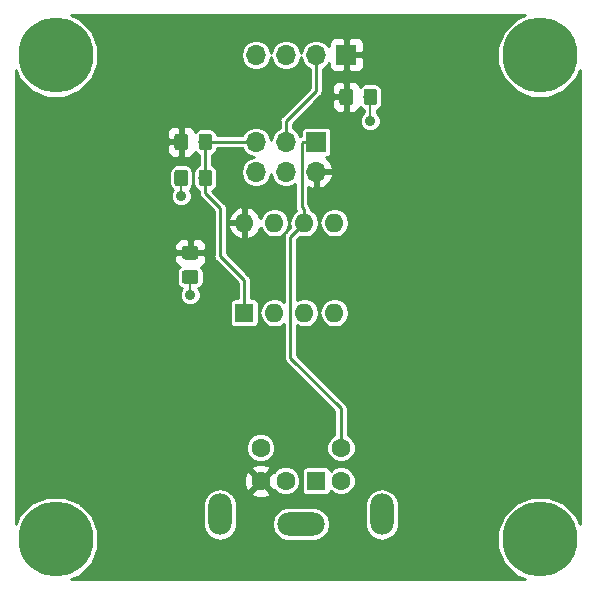
<source format=gbr>
G04 #@! TF.GenerationSoftware,KiCad,Pcbnew,(5.0.2)-1*
G04 #@! TF.CreationDate,2019-11-21T16:03:45-05:00*
G04 #@! TF.ProjectId,TinyPS2,54696e79-5053-4322-9e6b-696361645f70,X1*
G04 #@! TF.SameCoordinates,Original*
G04 #@! TF.FileFunction,Copper,L1,Top*
G04 #@! TF.FilePolarity,Positive*
%FSLAX46Y46*%
G04 Gerber Fmt 4.6, Leading zero omitted, Abs format (unit mm)*
G04 Created by KiCad (PCBNEW (5.0.2)-1) date 11/21/2019 4:03:45 PM*
%MOMM*%
%LPD*%
G01*
G04 APERTURE LIST*
G04 #@! TA.AperFunction,Conductor*
%ADD10C,0.150000*%
G04 #@! TD*
G04 #@! TA.AperFunction,SMDPad,CuDef*
%ADD11C,1.150000*%
G04 #@! TD*
G04 #@! TA.AperFunction,ComponentPad*
%ADD12C,6.350000*%
G04 #@! TD*
G04 #@! TA.AperFunction,ComponentPad*
%ADD13R,1.700000X1.700000*%
G04 #@! TD*
G04 #@! TA.AperFunction,ComponentPad*
%ADD14O,1.700000X1.700000*%
G04 #@! TD*
G04 #@! TA.AperFunction,ComponentPad*
%ADD15O,2.000000X3.500000*%
G04 #@! TD*
G04 #@! TA.AperFunction,ComponentPad*
%ADD16R,1.600000X1.600000*%
G04 #@! TD*
G04 #@! TA.AperFunction,ComponentPad*
%ADD17C,1.600000*%
G04 #@! TD*
G04 #@! TA.AperFunction,ComponentPad*
%ADD18O,4.000000X2.000000*%
G04 #@! TD*
G04 #@! TA.AperFunction,ComponentPad*
%ADD19O,1.600000X1.600000*%
G04 #@! TD*
G04 #@! TA.AperFunction,ViaPad*
%ADD20C,0.889000*%
G04 #@! TD*
G04 #@! TA.AperFunction,Conductor*
%ADD21C,0.254000*%
G04 #@! TD*
G04 #@! TA.AperFunction,Conductor*
%ADD22C,0.203200*%
G04 #@! TD*
G04 APERTURE END LIST*
D10*
G04 #@! TO.N,VCC*
G04 #@! TO.C,C4*
G36*
X25874505Y-30151204D02*
X25898773Y-30154804D01*
X25922572Y-30160765D01*
X25945671Y-30169030D01*
X25967850Y-30179520D01*
X25988893Y-30192132D01*
X26008599Y-30206747D01*
X26026777Y-30223223D01*
X26043253Y-30241401D01*
X26057868Y-30261107D01*
X26070480Y-30282150D01*
X26080970Y-30304329D01*
X26089235Y-30327428D01*
X26095196Y-30351227D01*
X26098796Y-30375495D01*
X26100000Y-30399999D01*
X26100000Y-31050001D01*
X26098796Y-31074505D01*
X26095196Y-31098773D01*
X26089235Y-31122572D01*
X26080970Y-31145671D01*
X26070480Y-31167850D01*
X26057868Y-31188893D01*
X26043253Y-31208599D01*
X26026777Y-31226777D01*
X26008599Y-31243253D01*
X25988893Y-31257868D01*
X25967850Y-31270480D01*
X25945671Y-31280970D01*
X25922572Y-31289235D01*
X25898773Y-31295196D01*
X25874505Y-31298796D01*
X25850001Y-31300000D01*
X24949999Y-31300000D01*
X24925495Y-31298796D01*
X24901227Y-31295196D01*
X24877428Y-31289235D01*
X24854329Y-31280970D01*
X24832150Y-31270480D01*
X24811107Y-31257868D01*
X24791401Y-31243253D01*
X24773223Y-31226777D01*
X24756747Y-31208599D01*
X24742132Y-31188893D01*
X24729520Y-31167850D01*
X24719030Y-31145671D01*
X24710765Y-31122572D01*
X24704804Y-31098773D01*
X24701204Y-31074505D01*
X24700000Y-31050001D01*
X24700000Y-30399999D01*
X24701204Y-30375495D01*
X24704804Y-30351227D01*
X24710765Y-30327428D01*
X24719030Y-30304329D01*
X24729520Y-30282150D01*
X24742132Y-30261107D01*
X24756747Y-30241401D01*
X24773223Y-30223223D01*
X24791401Y-30206747D01*
X24811107Y-30192132D01*
X24832150Y-30179520D01*
X24854329Y-30169030D01*
X24877428Y-30160765D01*
X24901227Y-30154804D01*
X24925495Y-30151204D01*
X24949999Y-30150000D01*
X25850001Y-30150000D01*
X25874505Y-30151204D01*
X25874505Y-30151204D01*
G37*
D11*
G04 #@! TD*
G04 #@! TO.P,C4,1*
G04 #@! TO.N,VCC*
X25400000Y-30725000D03*
D10*
G04 #@! TO.N,GND*
G04 #@! TO.C,C4*
G36*
X25874505Y-32201204D02*
X25898773Y-32204804D01*
X25922572Y-32210765D01*
X25945671Y-32219030D01*
X25967850Y-32229520D01*
X25988893Y-32242132D01*
X26008599Y-32256747D01*
X26026777Y-32273223D01*
X26043253Y-32291401D01*
X26057868Y-32311107D01*
X26070480Y-32332150D01*
X26080970Y-32354329D01*
X26089235Y-32377428D01*
X26095196Y-32401227D01*
X26098796Y-32425495D01*
X26100000Y-32449999D01*
X26100000Y-33100001D01*
X26098796Y-33124505D01*
X26095196Y-33148773D01*
X26089235Y-33172572D01*
X26080970Y-33195671D01*
X26070480Y-33217850D01*
X26057868Y-33238893D01*
X26043253Y-33258599D01*
X26026777Y-33276777D01*
X26008599Y-33293253D01*
X25988893Y-33307868D01*
X25967850Y-33320480D01*
X25945671Y-33330970D01*
X25922572Y-33339235D01*
X25898773Y-33345196D01*
X25874505Y-33348796D01*
X25850001Y-33350000D01*
X24949999Y-33350000D01*
X24925495Y-33348796D01*
X24901227Y-33345196D01*
X24877428Y-33339235D01*
X24854329Y-33330970D01*
X24832150Y-33320480D01*
X24811107Y-33307868D01*
X24791401Y-33293253D01*
X24773223Y-33276777D01*
X24756747Y-33258599D01*
X24742132Y-33238893D01*
X24729520Y-33217850D01*
X24719030Y-33195671D01*
X24710765Y-33172572D01*
X24704804Y-33148773D01*
X24701204Y-33124505D01*
X24700000Y-33100001D01*
X24700000Y-32449999D01*
X24701204Y-32425495D01*
X24704804Y-32401227D01*
X24710765Y-32377428D01*
X24719030Y-32354329D01*
X24729520Y-32332150D01*
X24742132Y-32311107D01*
X24756747Y-32291401D01*
X24773223Y-32273223D01*
X24791401Y-32256747D01*
X24811107Y-32242132D01*
X24832150Y-32229520D01*
X24854329Y-32219030D01*
X24877428Y-32210765D01*
X24901227Y-32204804D01*
X24925495Y-32201204D01*
X24949999Y-32200000D01*
X25850001Y-32200000D01*
X25874505Y-32201204D01*
X25874505Y-32201204D01*
G37*
D11*
G04 #@! TD*
G04 #@! TO.P,C4,2*
G04 #@! TO.N,GND*
X25400000Y-32775000D03*
D12*
G04 #@! TO.P,MTG3,1*
G04 #@! TO.N,N/C*
X14000000Y-55000000D03*
G04 #@! TD*
G04 #@! TO.P,MTG4,1*
G04 #@! TO.N,N/C*
X55000000Y-55000000D03*
G04 #@! TD*
G04 #@! TO.P,MTG2,1*
G04 #@! TO.N,N/C*
X55000000Y-14000000D03*
G04 #@! TD*
G04 #@! TO.P,MTG1,1*
G04 #@! TO.N,N/C*
X14000000Y-14000000D03*
G04 #@! TD*
D10*
G04 #@! TO.N,/RST\002A*
G04 #@! TO.C,C1*
G36*
X27028505Y-23685204D02*
X27052773Y-23688804D01*
X27076572Y-23694765D01*
X27099671Y-23703030D01*
X27121850Y-23713520D01*
X27142893Y-23726132D01*
X27162599Y-23740747D01*
X27180777Y-23757223D01*
X27197253Y-23775401D01*
X27211868Y-23795107D01*
X27224480Y-23816150D01*
X27234970Y-23838329D01*
X27243235Y-23861428D01*
X27249196Y-23885227D01*
X27252796Y-23909495D01*
X27254000Y-23933999D01*
X27254000Y-24834001D01*
X27252796Y-24858505D01*
X27249196Y-24882773D01*
X27243235Y-24906572D01*
X27234970Y-24929671D01*
X27224480Y-24951850D01*
X27211868Y-24972893D01*
X27197253Y-24992599D01*
X27180777Y-25010777D01*
X27162599Y-25027253D01*
X27142893Y-25041868D01*
X27121850Y-25054480D01*
X27099671Y-25064970D01*
X27076572Y-25073235D01*
X27052773Y-25079196D01*
X27028505Y-25082796D01*
X27004001Y-25084000D01*
X26353999Y-25084000D01*
X26329495Y-25082796D01*
X26305227Y-25079196D01*
X26281428Y-25073235D01*
X26258329Y-25064970D01*
X26236150Y-25054480D01*
X26215107Y-25041868D01*
X26195401Y-25027253D01*
X26177223Y-25010777D01*
X26160747Y-24992599D01*
X26146132Y-24972893D01*
X26133520Y-24951850D01*
X26123030Y-24929671D01*
X26114765Y-24906572D01*
X26108804Y-24882773D01*
X26105204Y-24858505D01*
X26104000Y-24834001D01*
X26104000Y-23933999D01*
X26105204Y-23909495D01*
X26108804Y-23885227D01*
X26114765Y-23861428D01*
X26123030Y-23838329D01*
X26133520Y-23816150D01*
X26146132Y-23795107D01*
X26160747Y-23775401D01*
X26177223Y-23757223D01*
X26195401Y-23740747D01*
X26215107Y-23726132D01*
X26236150Y-23713520D01*
X26258329Y-23703030D01*
X26281428Y-23694765D01*
X26305227Y-23688804D01*
X26329495Y-23685204D01*
X26353999Y-23684000D01*
X27004001Y-23684000D01*
X27028505Y-23685204D01*
X27028505Y-23685204D01*
G37*
D11*
G04 #@! TD*
G04 #@! TO.P,C1,1*
G04 #@! TO.N,/RST\002A*
X26679000Y-24384000D03*
D10*
G04 #@! TO.N,GND*
G04 #@! TO.C,C1*
G36*
X24978505Y-23685204D02*
X25002773Y-23688804D01*
X25026572Y-23694765D01*
X25049671Y-23703030D01*
X25071850Y-23713520D01*
X25092893Y-23726132D01*
X25112599Y-23740747D01*
X25130777Y-23757223D01*
X25147253Y-23775401D01*
X25161868Y-23795107D01*
X25174480Y-23816150D01*
X25184970Y-23838329D01*
X25193235Y-23861428D01*
X25199196Y-23885227D01*
X25202796Y-23909495D01*
X25204000Y-23933999D01*
X25204000Y-24834001D01*
X25202796Y-24858505D01*
X25199196Y-24882773D01*
X25193235Y-24906572D01*
X25184970Y-24929671D01*
X25174480Y-24951850D01*
X25161868Y-24972893D01*
X25147253Y-24992599D01*
X25130777Y-25010777D01*
X25112599Y-25027253D01*
X25092893Y-25041868D01*
X25071850Y-25054480D01*
X25049671Y-25064970D01*
X25026572Y-25073235D01*
X25002773Y-25079196D01*
X24978505Y-25082796D01*
X24954001Y-25084000D01*
X24303999Y-25084000D01*
X24279495Y-25082796D01*
X24255227Y-25079196D01*
X24231428Y-25073235D01*
X24208329Y-25064970D01*
X24186150Y-25054480D01*
X24165107Y-25041868D01*
X24145401Y-25027253D01*
X24127223Y-25010777D01*
X24110747Y-24992599D01*
X24096132Y-24972893D01*
X24083520Y-24951850D01*
X24073030Y-24929671D01*
X24064765Y-24906572D01*
X24058804Y-24882773D01*
X24055204Y-24858505D01*
X24054000Y-24834001D01*
X24054000Y-23933999D01*
X24055204Y-23909495D01*
X24058804Y-23885227D01*
X24064765Y-23861428D01*
X24073030Y-23838329D01*
X24083520Y-23816150D01*
X24096132Y-23795107D01*
X24110747Y-23775401D01*
X24127223Y-23757223D01*
X24145401Y-23740747D01*
X24165107Y-23726132D01*
X24186150Y-23713520D01*
X24208329Y-23703030D01*
X24231428Y-23694765D01*
X24255227Y-23688804D01*
X24279495Y-23685204D01*
X24303999Y-23684000D01*
X24954001Y-23684000D01*
X24978505Y-23685204D01*
X24978505Y-23685204D01*
G37*
D11*
G04 #@! TD*
G04 #@! TO.P,C1,2*
G04 #@! TO.N,GND*
X24629000Y-24384000D03*
D10*
G04 #@! TO.N,GND*
G04 #@! TO.C,C2*
G36*
X40998505Y-16827204D02*
X41022773Y-16830804D01*
X41046572Y-16836765D01*
X41069671Y-16845030D01*
X41091850Y-16855520D01*
X41112893Y-16868132D01*
X41132599Y-16882747D01*
X41150777Y-16899223D01*
X41167253Y-16917401D01*
X41181868Y-16937107D01*
X41194480Y-16958150D01*
X41204970Y-16980329D01*
X41213235Y-17003428D01*
X41219196Y-17027227D01*
X41222796Y-17051495D01*
X41224000Y-17075999D01*
X41224000Y-17976001D01*
X41222796Y-18000505D01*
X41219196Y-18024773D01*
X41213235Y-18048572D01*
X41204970Y-18071671D01*
X41194480Y-18093850D01*
X41181868Y-18114893D01*
X41167253Y-18134599D01*
X41150777Y-18152777D01*
X41132599Y-18169253D01*
X41112893Y-18183868D01*
X41091850Y-18196480D01*
X41069671Y-18206970D01*
X41046572Y-18215235D01*
X41022773Y-18221196D01*
X40998505Y-18224796D01*
X40974001Y-18226000D01*
X40323999Y-18226000D01*
X40299495Y-18224796D01*
X40275227Y-18221196D01*
X40251428Y-18215235D01*
X40228329Y-18206970D01*
X40206150Y-18196480D01*
X40185107Y-18183868D01*
X40165401Y-18169253D01*
X40147223Y-18152777D01*
X40130747Y-18134599D01*
X40116132Y-18114893D01*
X40103520Y-18093850D01*
X40093030Y-18071671D01*
X40084765Y-18048572D01*
X40078804Y-18024773D01*
X40075204Y-18000505D01*
X40074000Y-17976001D01*
X40074000Y-17075999D01*
X40075204Y-17051495D01*
X40078804Y-17027227D01*
X40084765Y-17003428D01*
X40093030Y-16980329D01*
X40103520Y-16958150D01*
X40116132Y-16937107D01*
X40130747Y-16917401D01*
X40147223Y-16899223D01*
X40165401Y-16882747D01*
X40185107Y-16868132D01*
X40206150Y-16855520D01*
X40228329Y-16845030D01*
X40251428Y-16836765D01*
X40275227Y-16830804D01*
X40299495Y-16827204D01*
X40323999Y-16826000D01*
X40974001Y-16826000D01*
X40998505Y-16827204D01*
X40998505Y-16827204D01*
G37*
D11*
G04 #@! TD*
G04 #@! TO.P,C2,2*
G04 #@! TO.N,GND*
X40649000Y-17526000D03*
D10*
G04 #@! TO.N,VCC*
G04 #@! TO.C,C2*
G36*
X38948505Y-16827204D02*
X38972773Y-16830804D01*
X38996572Y-16836765D01*
X39019671Y-16845030D01*
X39041850Y-16855520D01*
X39062893Y-16868132D01*
X39082599Y-16882747D01*
X39100777Y-16899223D01*
X39117253Y-16917401D01*
X39131868Y-16937107D01*
X39144480Y-16958150D01*
X39154970Y-16980329D01*
X39163235Y-17003428D01*
X39169196Y-17027227D01*
X39172796Y-17051495D01*
X39174000Y-17075999D01*
X39174000Y-17976001D01*
X39172796Y-18000505D01*
X39169196Y-18024773D01*
X39163235Y-18048572D01*
X39154970Y-18071671D01*
X39144480Y-18093850D01*
X39131868Y-18114893D01*
X39117253Y-18134599D01*
X39100777Y-18152777D01*
X39082599Y-18169253D01*
X39062893Y-18183868D01*
X39041850Y-18196480D01*
X39019671Y-18206970D01*
X38996572Y-18215235D01*
X38972773Y-18221196D01*
X38948505Y-18224796D01*
X38924001Y-18226000D01*
X38273999Y-18226000D01*
X38249495Y-18224796D01*
X38225227Y-18221196D01*
X38201428Y-18215235D01*
X38178329Y-18206970D01*
X38156150Y-18196480D01*
X38135107Y-18183868D01*
X38115401Y-18169253D01*
X38097223Y-18152777D01*
X38080747Y-18134599D01*
X38066132Y-18114893D01*
X38053520Y-18093850D01*
X38043030Y-18071671D01*
X38034765Y-18048572D01*
X38028804Y-18024773D01*
X38025204Y-18000505D01*
X38024000Y-17976001D01*
X38024000Y-17075999D01*
X38025204Y-17051495D01*
X38028804Y-17027227D01*
X38034765Y-17003428D01*
X38043030Y-16980329D01*
X38053520Y-16958150D01*
X38066132Y-16937107D01*
X38080747Y-16917401D01*
X38097223Y-16899223D01*
X38115401Y-16882747D01*
X38135107Y-16868132D01*
X38156150Y-16855520D01*
X38178329Y-16845030D01*
X38201428Y-16836765D01*
X38225227Y-16830804D01*
X38249495Y-16827204D01*
X38273999Y-16826000D01*
X38924001Y-16826000D01*
X38948505Y-16827204D01*
X38948505Y-16827204D01*
G37*
D11*
G04 #@! TD*
G04 #@! TO.P,C2,1*
G04 #@! TO.N,VCC*
X38599000Y-17526000D03*
D13*
G04 #@! TO.P,H2,1*
G04 #@! TO.N,/KBCLK*
X36068000Y-21336000D03*
D14*
G04 #@! TO.P,H2,2*
G04 #@! TO.N,VCC*
X36068000Y-23876000D03*
G04 #@! TO.P,H2,3*
G04 #@! TO.N,/SERTX*
X33528000Y-21336000D03*
G04 #@! TO.P,H2,4*
G04 #@! TO.N,/KBDAT*
X33528000Y-23876000D03*
G04 #@! TO.P,H2,5*
G04 #@! TO.N,/RST\002A*
X30988000Y-21336000D03*
G04 #@! TO.P,H2,6*
G04 #@! TO.N,GND*
X30988000Y-23876000D03*
G04 #@! TD*
D13*
G04 #@! TO.P,J1,1*
G04 #@! TO.N,VCC*
X38608000Y-13970000D03*
D14*
G04 #@! TO.P,J1,2*
G04 #@! TO.N,/SERTX*
X36068000Y-13970000D03*
G04 #@! TO.P,J1,3*
G04 #@! TO.N,N/C*
X33528000Y-13970000D03*
G04 #@! TO.P,J1,4*
G04 #@! TO.N,GND*
X30988000Y-13970000D03*
G04 #@! TD*
D15*
G04 #@! TO.P,J2,7*
G04 #@! TO.N,N/C*
X27918000Y-52888000D03*
X41618000Y-52888000D03*
D16*
G04 #@! TO.P,J2,1*
G04 #@! TO.N,/KBDAT*
X36068000Y-50038000D03*
D17*
G04 #@! TO.P,J2,2*
G04 #@! TO.N,N/C*
X33468000Y-50038000D03*
G04 #@! TO.P,J2,3*
G04 #@! TO.N,GND*
X38168000Y-50038000D03*
G04 #@! TO.P,J2,4*
G04 #@! TO.N,VCC*
X31368000Y-50038000D03*
G04 #@! TO.P,J2,5*
G04 #@! TO.N,/KBCLK*
X38168000Y-47238000D03*
G04 #@! TO.P,J2,6*
G04 #@! TO.N,N/C*
X31368000Y-47238000D03*
D18*
G04 #@! TO.P,J2,7*
X34768000Y-53688000D03*
G04 #@! TD*
D10*
G04 #@! TO.N,VCC*
G04 #@! TO.C,R1*
G36*
X24978505Y-20637204D02*
X25002773Y-20640804D01*
X25026572Y-20646765D01*
X25049671Y-20655030D01*
X25071850Y-20665520D01*
X25092893Y-20678132D01*
X25112599Y-20692747D01*
X25130777Y-20709223D01*
X25147253Y-20727401D01*
X25161868Y-20747107D01*
X25174480Y-20768150D01*
X25184970Y-20790329D01*
X25193235Y-20813428D01*
X25199196Y-20837227D01*
X25202796Y-20861495D01*
X25204000Y-20885999D01*
X25204000Y-21786001D01*
X25202796Y-21810505D01*
X25199196Y-21834773D01*
X25193235Y-21858572D01*
X25184970Y-21881671D01*
X25174480Y-21903850D01*
X25161868Y-21924893D01*
X25147253Y-21944599D01*
X25130777Y-21962777D01*
X25112599Y-21979253D01*
X25092893Y-21993868D01*
X25071850Y-22006480D01*
X25049671Y-22016970D01*
X25026572Y-22025235D01*
X25002773Y-22031196D01*
X24978505Y-22034796D01*
X24954001Y-22036000D01*
X24303999Y-22036000D01*
X24279495Y-22034796D01*
X24255227Y-22031196D01*
X24231428Y-22025235D01*
X24208329Y-22016970D01*
X24186150Y-22006480D01*
X24165107Y-21993868D01*
X24145401Y-21979253D01*
X24127223Y-21962777D01*
X24110747Y-21944599D01*
X24096132Y-21924893D01*
X24083520Y-21903850D01*
X24073030Y-21881671D01*
X24064765Y-21858572D01*
X24058804Y-21834773D01*
X24055204Y-21810505D01*
X24054000Y-21786001D01*
X24054000Y-20885999D01*
X24055204Y-20861495D01*
X24058804Y-20837227D01*
X24064765Y-20813428D01*
X24073030Y-20790329D01*
X24083520Y-20768150D01*
X24096132Y-20747107D01*
X24110747Y-20727401D01*
X24127223Y-20709223D01*
X24145401Y-20692747D01*
X24165107Y-20678132D01*
X24186150Y-20665520D01*
X24208329Y-20655030D01*
X24231428Y-20646765D01*
X24255227Y-20640804D01*
X24279495Y-20637204D01*
X24303999Y-20636000D01*
X24954001Y-20636000D01*
X24978505Y-20637204D01*
X24978505Y-20637204D01*
G37*
D11*
G04 #@! TD*
G04 #@! TO.P,R1,1*
G04 #@! TO.N,VCC*
X24629000Y-21336000D03*
D10*
G04 #@! TO.N,/RST\002A*
G04 #@! TO.C,R1*
G36*
X27028505Y-20637204D02*
X27052773Y-20640804D01*
X27076572Y-20646765D01*
X27099671Y-20655030D01*
X27121850Y-20665520D01*
X27142893Y-20678132D01*
X27162599Y-20692747D01*
X27180777Y-20709223D01*
X27197253Y-20727401D01*
X27211868Y-20747107D01*
X27224480Y-20768150D01*
X27234970Y-20790329D01*
X27243235Y-20813428D01*
X27249196Y-20837227D01*
X27252796Y-20861495D01*
X27254000Y-20885999D01*
X27254000Y-21786001D01*
X27252796Y-21810505D01*
X27249196Y-21834773D01*
X27243235Y-21858572D01*
X27234970Y-21881671D01*
X27224480Y-21903850D01*
X27211868Y-21924893D01*
X27197253Y-21944599D01*
X27180777Y-21962777D01*
X27162599Y-21979253D01*
X27142893Y-21993868D01*
X27121850Y-22006480D01*
X27099671Y-22016970D01*
X27076572Y-22025235D01*
X27052773Y-22031196D01*
X27028505Y-22034796D01*
X27004001Y-22036000D01*
X26353999Y-22036000D01*
X26329495Y-22034796D01*
X26305227Y-22031196D01*
X26281428Y-22025235D01*
X26258329Y-22016970D01*
X26236150Y-22006480D01*
X26215107Y-21993868D01*
X26195401Y-21979253D01*
X26177223Y-21962777D01*
X26160747Y-21944599D01*
X26146132Y-21924893D01*
X26133520Y-21903850D01*
X26123030Y-21881671D01*
X26114765Y-21858572D01*
X26108804Y-21834773D01*
X26105204Y-21810505D01*
X26104000Y-21786001D01*
X26104000Y-20885999D01*
X26105204Y-20861495D01*
X26108804Y-20837227D01*
X26114765Y-20813428D01*
X26123030Y-20790329D01*
X26133520Y-20768150D01*
X26146132Y-20747107D01*
X26160747Y-20727401D01*
X26177223Y-20709223D01*
X26195401Y-20692747D01*
X26215107Y-20678132D01*
X26236150Y-20665520D01*
X26258329Y-20655030D01*
X26281428Y-20646765D01*
X26305227Y-20640804D01*
X26329495Y-20637204D01*
X26353999Y-20636000D01*
X27004001Y-20636000D01*
X27028505Y-20637204D01*
X27028505Y-20637204D01*
G37*
D11*
G04 #@! TD*
G04 #@! TO.P,R1,2*
G04 #@! TO.N,/RST\002A*
X26679000Y-21336000D03*
D16*
G04 #@! TO.P,U1,1*
G04 #@! TO.N,/RST\002A*
X29972000Y-35814000D03*
D19*
G04 #@! TO.P,U1,5*
G04 #@! TO.N,/KBDAT*
X37592000Y-28194000D03*
G04 #@! TO.P,U1,2*
G04 #@! TO.N,N/C*
X32512000Y-35814000D03*
G04 #@! TO.P,U1,6*
G04 #@! TO.N,/KBCLK*
X35052000Y-28194000D03*
G04 #@! TO.P,U1,3*
G04 #@! TO.N,N/C*
X35052000Y-35814000D03*
G04 #@! TO.P,U1,7*
G04 #@! TO.N,/SERTX*
X32512000Y-28194000D03*
G04 #@! TO.P,U1,4*
G04 #@! TO.N,GND*
X37592000Y-35814000D03*
G04 #@! TO.P,U1,8*
G04 #@! TO.N,VCC*
X29972000Y-28194000D03*
G04 #@! TD*
D20*
G04 #@! TO.N,GND*
X40640000Y-19558000D03*
X24638000Y-25908000D03*
X25400000Y-34290000D03*
G04 #@! TD*
D21*
G04 #@! TO.N,/RST\002A*
X29785919Y-21336000D02*
X26679000Y-21336000D01*
X30988000Y-21336000D02*
X29785919Y-21336000D01*
X26679000Y-21336000D02*
X26679000Y-24384000D01*
X29972000Y-33020000D02*
X27940000Y-30988000D01*
X29972000Y-35814000D02*
X29972000Y-33020000D01*
X26679000Y-25663000D02*
X27940000Y-26924000D01*
X26679000Y-24384000D02*
X26679000Y-25663000D01*
X27940000Y-26924000D02*
X27940000Y-30988000D01*
D22*
G04 #@! TO.N,GND*
X40649000Y-17526000D02*
X40649000Y-19549000D01*
X40649000Y-19549000D02*
X40640000Y-19558000D01*
X24629000Y-24384000D02*
X24629000Y-25899000D01*
X24629000Y-25899000D02*
X24638000Y-25908000D01*
X25400000Y-32775000D02*
X25400000Y-34290000D01*
D21*
G04 #@! TO.N,/KBCLK*
X34252001Y-28993999D02*
X35052000Y-28194000D01*
X33870999Y-29375001D02*
X34252001Y-28993999D01*
X33870999Y-39598600D02*
X33870999Y-29375001D01*
X38168000Y-43895601D02*
X33870999Y-39598600D01*
X38168000Y-47238000D02*
X38168000Y-43895601D01*
X35052000Y-27062630D02*
X35052000Y-28194000D01*
X34836999Y-26847629D02*
X35052000Y-27062630D01*
X34836999Y-21463001D02*
X34836999Y-26847629D01*
X34964000Y-21336000D02*
X34836999Y-21463001D01*
X36068000Y-21336000D02*
X34964000Y-21336000D01*
G04 #@! TO.N,/SERTX*
X33528000Y-21336000D02*
X33528000Y-19558000D01*
X36068000Y-17018000D02*
X36068000Y-13970000D01*
X33528000Y-19558000D02*
X36068000Y-17018000D01*
G04 #@! TD*
G04 #@! TO.N,VCC*
G36*
X52956912Y-10942303D02*
X51942303Y-11956912D01*
X51393200Y-13282563D01*
X51393200Y-14717437D01*
X51942303Y-16043088D01*
X52956912Y-17057697D01*
X54282563Y-17606800D01*
X55717437Y-17606800D01*
X57043088Y-17057697D01*
X58057697Y-16043088D01*
X58377700Y-15270533D01*
X58377701Y-53729469D01*
X58057697Y-52956912D01*
X57043088Y-51942303D01*
X55717437Y-51393200D01*
X54282563Y-51393200D01*
X52956912Y-51942303D01*
X51942303Y-52956912D01*
X51393200Y-54282563D01*
X51393200Y-55717437D01*
X51942303Y-57043088D01*
X52956912Y-58057697D01*
X53729467Y-58377700D01*
X15270533Y-58377700D01*
X16043088Y-58057697D01*
X17057697Y-57043088D01*
X17606800Y-55717437D01*
X17606800Y-54282563D01*
X17057697Y-52956912D01*
X16097769Y-51996984D01*
X26486200Y-51996984D01*
X26486200Y-53779017D01*
X26569275Y-54196660D01*
X26885731Y-54670270D01*
X27359341Y-54986726D01*
X27918000Y-55097850D01*
X28476660Y-54986726D01*
X28950270Y-54670270D01*
X29266726Y-54196660D01*
X29349800Y-53779017D01*
X29349800Y-53688000D01*
X32308150Y-53688000D01*
X32419274Y-54246660D01*
X32735730Y-54720270D01*
X33209340Y-55036726D01*
X33626983Y-55119800D01*
X35909017Y-55119800D01*
X36326660Y-55036726D01*
X36800270Y-54720270D01*
X37116726Y-54246660D01*
X37227850Y-53688000D01*
X37116726Y-53129340D01*
X36800270Y-52655730D01*
X36326660Y-52339274D01*
X35909017Y-52256200D01*
X33626983Y-52256200D01*
X33209340Y-52339274D01*
X32735730Y-52655730D01*
X32419274Y-53129340D01*
X32308150Y-53688000D01*
X29349800Y-53688000D01*
X29349800Y-51996984D01*
X40186200Y-51996984D01*
X40186200Y-53779017D01*
X40269275Y-54196660D01*
X40585731Y-54670270D01*
X41059341Y-54986726D01*
X41618000Y-55097850D01*
X42176660Y-54986726D01*
X42650270Y-54670270D01*
X42966726Y-54196660D01*
X43049800Y-53779017D01*
X43049800Y-51996983D01*
X42966726Y-51579340D01*
X42650269Y-51105730D01*
X42176659Y-50789274D01*
X41618000Y-50678150D01*
X41059340Y-50789274D01*
X40585730Y-51105731D01*
X40269274Y-51579341D01*
X40186200Y-51996984D01*
X29349800Y-51996984D01*
X29349800Y-51996983D01*
X29266726Y-51579340D01*
X28950269Y-51105730D01*
X28860496Y-51045745D01*
X30539861Y-51045745D01*
X30613995Y-51291864D01*
X31151223Y-51484965D01*
X31721454Y-51457778D01*
X32122005Y-51291864D01*
X32196139Y-51045745D01*
X31368000Y-50217605D01*
X30539861Y-51045745D01*
X28860496Y-51045745D01*
X28476659Y-50789274D01*
X27918000Y-50678150D01*
X27359340Y-50789274D01*
X26885730Y-51105731D01*
X26569274Y-51579341D01*
X26486200Y-51996984D01*
X16097769Y-51996984D01*
X16043088Y-51942303D01*
X14717437Y-51393200D01*
X13282563Y-51393200D01*
X11956912Y-51942303D01*
X10942303Y-52956912D01*
X10622300Y-53729467D01*
X10622300Y-49821223D01*
X29921035Y-49821223D01*
X29948222Y-50391454D01*
X30114136Y-50792005D01*
X30360255Y-50866139D01*
X31188395Y-50038000D01*
X31547605Y-50038000D01*
X32375745Y-50866139D01*
X32512823Y-50824850D01*
X32770242Y-51082269D01*
X33222980Y-51269800D01*
X33713020Y-51269800D01*
X34165758Y-51082269D01*
X34512269Y-50735758D01*
X34699800Y-50283020D01*
X34699800Y-49792980D01*
X34512269Y-49340242D01*
X34410027Y-49238000D01*
X34827741Y-49238000D01*
X34827741Y-50838000D01*
X34861254Y-51006480D01*
X34956690Y-51149310D01*
X35099520Y-51244746D01*
X35268000Y-51278259D01*
X36868000Y-51278259D01*
X37036480Y-51244746D01*
X37179310Y-51149310D01*
X37274746Y-51006480D01*
X37294607Y-50906634D01*
X37470242Y-51082269D01*
X37922980Y-51269800D01*
X38413020Y-51269800D01*
X38865758Y-51082269D01*
X39212269Y-50735758D01*
X39399800Y-50283020D01*
X39399800Y-49792980D01*
X39212269Y-49340242D01*
X38865758Y-48993731D01*
X38413020Y-48806200D01*
X37922980Y-48806200D01*
X37470242Y-48993731D01*
X37294607Y-49169366D01*
X37274746Y-49069520D01*
X37179310Y-48926690D01*
X37036480Y-48831254D01*
X36868000Y-48797741D01*
X35268000Y-48797741D01*
X35099520Y-48831254D01*
X34956690Y-48926690D01*
X34861254Y-49069520D01*
X34827741Y-49238000D01*
X34410027Y-49238000D01*
X34165758Y-48993731D01*
X33713020Y-48806200D01*
X33222980Y-48806200D01*
X32770242Y-48993731D01*
X32512823Y-49251150D01*
X32375745Y-49209861D01*
X31547605Y-50038000D01*
X31188395Y-50038000D01*
X30360255Y-49209861D01*
X30114136Y-49283995D01*
X29921035Y-49821223D01*
X10622300Y-49821223D01*
X10622300Y-49030255D01*
X30539861Y-49030255D01*
X31368000Y-49858395D01*
X32196139Y-49030255D01*
X32122005Y-48784136D01*
X31584777Y-48591035D01*
X31014546Y-48618222D01*
X30613995Y-48784136D01*
X30539861Y-49030255D01*
X10622300Y-49030255D01*
X10622300Y-46992980D01*
X30136200Y-46992980D01*
X30136200Y-47483020D01*
X30323731Y-47935758D01*
X30670242Y-48282269D01*
X31122980Y-48469800D01*
X31613020Y-48469800D01*
X32065758Y-48282269D01*
X32412269Y-47935758D01*
X32599800Y-47483020D01*
X32599800Y-46992980D01*
X32412269Y-46540242D01*
X32065758Y-46193731D01*
X31613020Y-46006200D01*
X31122980Y-46006200D01*
X30670242Y-46193731D01*
X30323731Y-46540242D01*
X30136200Y-46992980D01*
X10622300Y-46992980D01*
X10622300Y-31010750D01*
X24065000Y-31010750D01*
X24065000Y-31426309D01*
X24161673Y-31659698D01*
X24340301Y-31838327D01*
X24529553Y-31916718D01*
X24461913Y-31961913D01*
X24312284Y-32185849D01*
X24259741Y-32449999D01*
X24259741Y-33100001D01*
X24312284Y-33364151D01*
X24461913Y-33588087D01*
X24685849Y-33737716D01*
X24708503Y-33742222D01*
X24657109Y-33793616D01*
X24523700Y-34115693D01*
X24523700Y-34464307D01*
X24657109Y-34786384D01*
X24903616Y-35032891D01*
X25225693Y-35166300D01*
X25574307Y-35166300D01*
X25896384Y-35032891D01*
X26142891Y-34786384D01*
X26276300Y-34464307D01*
X26276300Y-34115693D01*
X26142891Y-33793616D01*
X26091497Y-33742222D01*
X26114151Y-33737716D01*
X26338087Y-33588087D01*
X26487716Y-33364151D01*
X26540259Y-33100001D01*
X26540259Y-32449999D01*
X26487716Y-32185849D01*
X26338087Y-31961913D01*
X26270447Y-31916718D01*
X26459699Y-31838327D01*
X26638327Y-31659698D01*
X26735000Y-31426309D01*
X26735000Y-31010750D01*
X26576250Y-30852000D01*
X25527000Y-30852000D01*
X25527000Y-30872000D01*
X25273000Y-30872000D01*
X25273000Y-30852000D01*
X24223750Y-30852000D01*
X24065000Y-31010750D01*
X10622300Y-31010750D01*
X10622300Y-30023691D01*
X24065000Y-30023691D01*
X24065000Y-30439250D01*
X24223750Y-30598000D01*
X25273000Y-30598000D01*
X25273000Y-29673750D01*
X25527000Y-29673750D01*
X25527000Y-30598000D01*
X26576250Y-30598000D01*
X26735000Y-30439250D01*
X26735000Y-30023691D01*
X26638327Y-29790302D01*
X26459699Y-29611673D01*
X26226310Y-29515000D01*
X25685750Y-29515000D01*
X25527000Y-29673750D01*
X25273000Y-29673750D01*
X25114250Y-29515000D01*
X24573690Y-29515000D01*
X24340301Y-29611673D01*
X24161673Y-29790302D01*
X24065000Y-30023691D01*
X10622300Y-30023691D01*
X10622300Y-23933999D01*
X23613741Y-23933999D01*
X23613741Y-24834001D01*
X23666284Y-25098151D01*
X23815913Y-25322087D01*
X23917056Y-25389669D01*
X23895109Y-25411616D01*
X23761700Y-25733693D01*
X23761700Y-26082307D01*
X23895109Y-26404384D01*
X24141616Y-26650891D01*
X24463693Y-26784300D01*
X24812307Y-26784300D01*
X25134384Y-26650891D01*
X25380891Y-26404384D01*
X25514300Y-26082307D01*
X25514300Y-25733693D01*
X25380891Y-25411616D01*
X25351734Y-25382459D01*
X25442087Y-25322087D01*
X25591716Y-25098151D01*
X25644259Y-24834001D01*
X25644259Y-23933999D01*
X25591716Y-23669849D01*
X25442087Y-23445913D01*
X25218151Y-23296284D01*
X24954001Y-23243741D01*
X24303999Y-23243741D01*
X24039849Y-23296284D01*
X23815913Y-23445913D01*
X23666284Y-23669849D01*
X23613741Y-23933999D01*
X10622300Y-23933999D01*
X10622300Y-21621750D01*
X23419000Y-21621750D01*
X23419000Y-22162310D01*
X23515673Y-22395699D01*
X23694302Y-22574327D01*
X23927691Y-22671000D01*
X24343250Y-22671000D01*
X24502000Y-22512250D01*
X24502000Y-21463000D01*
X23577750Y-21463000D01*
X23419000Y-21621750D01*
X10622300Y-21621750D01*
X10622300Y-20509690D01*
X23419000Y-20509690D01*
X23419000Y-21050250D01*
X23577750Y-21209000D01*
X24502000Y-21209000D01*
X24502000Y-20159750D01*
X24756000Y-20159750D01*
X24756000Y-21209000D01*
X24776000Y-21209000D01*
X24776000Y-21463000D01*
X24756000Y-21463000D01*
X24756000Y-22512250D01*
X24914750Y-22671000D01*
X25330309Y-22671000D01*
X25563698Y-22574327D01*
X25742327Y-22395699D01*
X25820718Y-22206447D01*
X25865913Y-22274087D01*
X26089849Y-22423716D01*
X26120200Y-22429753D01*
X26120201Y-23290247D01*
X26089849Y-23296284D01*
X25865913Y-23445913D01*
X25716284Y-23669849D01*
X25663741Y-23933999D01*
X25663741Y-24834001D01*
X25716284Y-25098151D01*
X25865913Y-25322087D01*
X26089849Y-25471716D01*
X26120201Y-25477753D01*
X26120201Y-25607961D01*
X26109253Y-25663000D01*
X26152622Y-25881032D01*
X26152623Y-25881033D01*
X26276129Y-26065872D01*
X26322787Y-26097048D01*
X27381200Y-27155462D01*
X27381201Y-30932960D01*
X27370253Y-30988000D01*
X27413622Y-31206032D01*
X27413623Y-31206033D01*
X27537129Y-31390872D01*
X27583787Y-31422048D01*
X29413201Y-33251463D01*
X29413200Y-34573741D01*
X29172000Y-34573741D01*
X29003520Y-34607254D01*
X28860690Y-34702690D01*
X28765254Y-34845520D01*
X28731741Y-35014000D01*
X28731741Y-36614000D01*
X28765254Y-36782480D01*
X28860690Y-36925310D01*
X29003520Y-37020746D01*
X29172000Y-37054259D01*
X30772000Y-37054259D01*
X30940480Y-37020746D01*
X31083310Y-36925310D01*
X31178746Y-36782480D01*
X31212259Y-36614000D01*
X31212259Y-35014000D01*
X31178746Y-34845520D01*
X31083310Y-34702690D01*
X30940480Y-34607254D01*
X30772000Y-34573741D01*
X30530800Y-34573741D01*
X30530800Y-33075035D01*
X30541747Y-33020000D01*
X30498378Y-32801967D01*
X30374872Y-32617128D01*
X30328214Y-32585952D01*
X28498800Y-30756539D01*
X28498800Y-28543041D01*
X28580086Y-28543041D01*
X28819611Y-29049134D01*
X29234577Y-29425041D01*
X29622961Y-29585904D01*
X29845000Y-29463915D01*
X29845000Y-28321000D01*
X28701371Y-28321000D01*
X28580086Y-28543041D01*
X28498800Y-28543041D01*
X28498800Y-27844959D01*
X28580086Y-27844959D01*
X28701371Y-28067000D01*
X29845000Y-28067000D01*
X29845000Y-26924085D01*
X29622961Y-26802096D01*
X29234577Y-26962959D01*
X28819611Y-27338866D01*
X28580086Y-27844959D01*
X28498800Y-27844959D01*
X28498800Y-26979029D01*
X28509746Y-26923999D01*
X28498800Y-26868969D01*
X28498800Y-26868965D01*
X28466378Y-26705967D01*
X28342872Y-26521128D01*
X28296214Y-26489952D01*
X27274041Y-25467780D01*
X27492087Y-25322087D01*
X27641716Y-25098151D01*
X27694259Y-24834001D01*
X27694259Y-23933999D01*
X27641716Y-23669849D01*
X27492087Y-23445913D01*
X27268151Y-23296284D01*
X27237800Y-23290247D01*
X27237800Y-22429753D01*
X27268151Y-22423716D01*
X27492087Y-22274087D01*
X27641716Y-22050151D01*
X27672617Y-21894800D01*
X29819772Y-21894800D01*
X30063874Y-22260126D01*
X30487867Y-22543428D01*
X30802437Y-22606000D01*
X30487867Y-22668572D01*
X30063874Y-22951874D01*
X29780572Y-23375867D01*
X29681089Y-23876000D01*
X29780572Y-24376133D01*
X30063874Y-24800126D01*
X30487867Y-25083428D01*
X30861759Y-25157800D01*
X31114241Y-25157800D01*
X31488133Y-25083428D01*
X31912126Y-24800126D01*
X32195428Y-24376133D01*
X32258000Y-24061563D01*
X32320572Y-24376133D01*
X32603874Y-24800126D01*
X33027867Y-25083428D01*
X33401759Y-25157800D01*
X33654241Y-25157800D01*
X34028133Y-25083428D01*
X34278200Y-24916339D01*
X34278200Y-26792589D01*
X34267252Y-26847629D01*
X34310621Y-27065661D01*
X34310622Y-27065662D01*
X34376328Y-27163997D01*
X34163922Y-27305922D01*
X33891670Y-27713376D01*
X33796068Y-28194000D01*
X33873328Y-28582410D01*
X33514786Y-28940953D01*
X33477912Y-28965592D01*
X33672330Y-28674624D01*
X33767932Y-28194000D01*
X33672330Y-27713376D01*
X33400078Y-27305922D01*
X32992624Y-27033670D01*
X32633320Y-26962200D01*
X32390680Y-26962200D01*
X32031376Y-27033670D01*
X31623922Y-27305922D01*
X31351670Y-27713376D01*
X31336865Y-27787807D01*
X31124389Y-27338866D01*
X30709423Y-26962959D01*
X30321039Y-26802096D01*
X30099000Y-26924085D01*
X30099000Y-28067000D01*
X30119000Y-28067000D01*
X30119000Y-28321000D01*
X30099000Y-28321000D01*
X30099000Y-29463915D01*
X30321039Y-29585904D01*
X30709423Y-29425041D01*
X31124389Y-29049134D01*
X31336865Y-28600193D01*
X31351670Y-28674624D01*
X31623922Y-29082078D01*
X32031376Y-29354330D01*
X32390680Y-29425800D01*
X32633320Y-29425800D01*
X32992624Y-29354330D01*
X33390294Y-29088616D01*
X33344621Y-29156969D01*
X33301252Y-29375001D01*
X33312200Y-29430041D01*
X33312199Y-34867203D01*
X32992624Y-34653670D01*
X32633320Y-34582200D01*
X32390680Y-34582200D01*
X32031376Y-34653670D01*
X31623922Y-34925922D01*
X31351670Y-35333376D01*
X31256068Y-35814000D01*
X31351670Y-36294624D01*
X31623922Y-36702078D01*
X32031376Y-36974330D01*
X32390680Y-37045800D01*
X32633320Y-37045800D01*
X32992624Y-36974330D01*
X33312199Y-36760797D01*
X33312199Y-39543565D01*
X33301252Y-39598600D01*
X33312199Y-39653634D01*
X33344621Y-39816632D01*
X33468127Y-40001472D01*
X33514788Y-40032650D01*
X37609201Y-44127064D01*
X37609200Y-46136172D01*
X37470242Y-46193731D01*
X37123731Y-46540242D01*
X36936200Y-46992980D01*
X36936200Y-47483020D01*
X37123731Y-47935758D01*
X37470242Y-48282269D01*
X37922980Y-48469800D01*
X38413020Y-48469800D01*
X38865758Y-48282269D01*
X39212269Y-47935758D01*
X39399800Y-47483020D01*
X39399800Y-46992980D01*
X39212269Y-46540242D01*
X38865758Y-46193731D01*
X38726800Y-46136172D01*
X38726800Y-43950631D01*
X38737746Y-43895600D01*
X38726800Y-43840569D01*
X38726800Y-43840566D01*
X38694378Y-43677568D01*
X38570872Y-43492729D01*
X38524214Y-43461553D01*
X34429799Y-39367139D01*
X34429799Y-36879731D01*
X34571376Y-36974330D01*
X34930680Y-37045800D01*
X35173320Y-37045800D01*
X35532624Y-36974330D01*
X35940078Y-36702078D01*
X36212330Y-36294624D01*
X36307932Y-35814000D01*
X36336068Y-35814000D01*
X36431670Y-36294624D01*
X36703922Y-36702078D01*
X37111376Y-36974330D01*
X37470680Y-37045800D01*
X37713320Y-37045800D01*
X38072624Y-36974330D01*
X38480078Y-36702078D01*
X38752330Y-36294624D01*
X38847932Y-35814000D01*
X38752330Y-35333376D01*
X38480078Y-34925922D01*
X38072624Y-34653670D01*
X37713320Y-34582200D01*
X37470680Y-34582200D01*
X37111376Y-34653670D01*
X36703922Y-34925922D01*
X36431670Y-35333376D01*
X36336068Y-35814000D01*
X36307932Y-35814000D01*
X36212330Y-35333376D01*
X35940078Y-34925922D01*
X35532624Y-34653670D01*
X35173320Y-34582200D01*
X34930680Y-34582200D01*
X34571376Y-34653670D01*
X34429799Y-34748269D01*
X34429799Y-29606462D01*
X34663590Y-29372672D01*
X34930680Y-29425800D01*
X35173320Y-29425800D01*
X35532624Y-29354330D01*
X35940078Y-29082078D01*
X36212330Y-28674624D01*
X36307932Y-28194000D01*
X36336068Y-28194000D01*
X36431670Y-28674624D01*
X36703922Y-29082078D01*
X37111376Y-29354330D01*
X37470680Y-29425800D01*
X37713320Y-29425800D01*
X38072624Y-29354330D01*
X38480078Y-29082078D01*
X38752330Y-28674624D01*
X38847932Y-28194000D01*
X38752330Y-27713376D01*
X38480078Y-27305922D01*
X38072624Y-27033670D01*
X37713320Y-26962200D01*
X37470680Y-26962200D01*
X37111376Y-27033670D01*
X36703922Y-27305922D01*
X36431670Y-27713376D01*
X36336068Y-28194000D01*
X36307932Y-28194000D01*
X36212330Y-27713376D01*
X35940078Y-27305922D01*
X35616375Y-27089631D01*
X35621746Y-27062629D01*
X35610800Y-27007599D01*
X35610800Y-27007595D01*
X35578378Y-26844597D01*
X35454872Y-26659758D01*
X35408211Y-26628580D01*
X35395799Y-26616168D01*
X35395799Y-25186878D01*
X35711110Y-25317476D01*
X35941000Y-25196155D01*
X35941000Y-24003000D01*
X36195000Y-24003000D01*
X36195000Y-25196155D01*
X36424890Y-25317476D01*
X36834924Y-25147645D01*
X37263183Y-24757358D01*
X37509486Y-24232892D01*
X37388819Y-24003000D01*
X36195000Y-24003000D01*
X35941000Y-24003000D01*
X35921000Y-24003000D01*
X35921000Y-23749000D01*
X35941000Y-23749000D01*
X35941000Y-23729000D01*
X36195000Y-23729000D01*
X36195000Y-23749000D01*
X37388819Y-23749000D01*
X37509486Y-23519108D01*
X37263183Y-22994642D01*
X36858959Y-22626259D01*
X36918000Y-22626259D01*
X37086480Y-22592746D01*
X37229310Y-22497310D01*
X37324746Y-22354480D01*
X37358259Y-22186000D01*
X37358259Y-20486000D01*
X37324746Y-20317520D01*
X37229310Y-20174690D01*
X37086480Y-20079254D01*
X36918000Y-20045741D01*
X35218000Y-20045741D01*
X35049520Y-20079254D01*
X34906690Y-20174690D01*
X34811254Y-20317520D01*
X34777741Y-20486000D01*
X34777741Y-20803302D01*
X34745967Y-20809622D01*
X34726557Y-20822591D01*
X34452126Y-20411874D01*
X34086800Y-20167772D01*
X34086800Y-19789461D01*
X36064511Y-17811750D01*
X37389000Y-17811750D01*
X37389000Y-18352310D01*
X37485673Y-18585699D01*
X37664302Y-18764327D01*
X37897691Y-18861000D01*
X38313250Y-18861000D01*
X38472000Y-18702250D01*
X38472000Y-17653000D01*
X37547750Y-17653000D01*
X37389000Y-17811750D01*
X36064511Y-17811750D01*
X36424214Y-17452048D01*
X36470872Y-17420872D01*
X36594378Y-17236033D01*
X36626800Y-17073035D01*
X36626800Y-17073031D01*
X36637746Y-17018001D01*
X36626800Y-16962971D01*
X36626800Y-16699690D01*
X37389000Y-16699690D01*
X37389000Y-17240250D01*
X37547750Y-17399000D01*
X38472000Y-17399000D01*
X38472000Y-16349750D01*
X38726000Y-16349750D01*
X38726000Y-17399000D01*
X38746000Y-17399000D01*
X38746000Y-17653000D01*
X38726000Y-17653000D01*
X38726000Y-18702250D01*
X38884750Y-18861000D01*
X39300309Y-18861000D01*
X39533698Y-18764327D01*
X39712327Y-18585699D01*
X39790718Y-18396447D01*
X39835913Y-18464087D01*
X40059849Y-18613716D01*
X40115601Y-18624806D01*
X40115601Y-18843124D01*
X39897109Y-19061616D01*
X39763700Y-19383693D01*
X39763700Y-19732307D01*
X39897109Y-20054384D01*
X40143616Y-20300891D01*
X40465693Y-20434300D01*
X40814307Y-20434300D01*
X41136384Y-20300891D01*
X41382891Y-20054384D01*
X41516300Y-19732307D01*
X41516300Y-19383693D01*
X41382891Y-19061616D01*
X41182400Y-18861125D01*
X41182400Y-18624806D01*
X41238151Y-18613716D01*
X41462087Y-18464087D01*
X41611716Y-18240151D01*
X41664259Y-17976001D01*
X41664259Y-17075999D01*
X41611716Y-16811849D01*
X41462087Y-16587913D01*
X41238151Y-16438284D01*
X40974001Y-16385741D01*
X40323999Y-16385741D01*
X40059849Y-16438284D01*
X39835913Y-16587913D01*
X39790718Y-16655553D01*
X39712327Y-16466301D01*
X39533698Y-16287673D01*
X39300309Y-16191000D01*
X38884750Y-16191000D01*
X38726000Y-16349750D01*
X38472000Y-16349750D01*
X38313250Y-16191000D01*
X37897691Y-16191000D01*
X37664302Y-16287673D01*
X37485673Y-16466301D01*
X37389000Y-16699690D01*
X36626800Y-16699690D01*
X36626800Y-15138228D01*
X36992126Y-14894126D01*
X37123000Y-14698258D01*
X37123000Y-14946309D01*
X37219673Y-15179698D01*
X37398301Y-15358327D01*
X37631690Y-15455000D01*
X38322250Y-15455000D01*
X38481000Y-15296250D01*
X38481000Y-14097000D01*
X38735000Y-14097000D01*
X38735000Y-15296250D01*
X38893750Y-15455000D01*
X39584310Y-15455000D01*
X39817699Y-15358327D01*
X39996327Y-15179698D01*
X40093000Y-14946309D01*
X40093000Y-14255750D01*
X39934250Y-14097000D01*
X38735000Y-14097000D01*
X38481000Y-14097000D01*
X38461000Y-14097000D01*
X38461000Y-13843000D01*
X38481000Y-13843000D01*
X38481000Y-12643750D01*
X38735000Y-12643750D01*
X38735000Y-13843000D01*
X39934250Y-13843000D01*
X40093000Y-13684250D01*
X40093000Y-12993691D01*
X39996327Y-12760302D01*
X39817699Y-12581673D01*
X39584310Y-12485000D01*
X38893750Y-12485000D01*
X38735000Y-12643750D01*
X38481000Y-12643750D01*
X38322250Y-12485000D01*
X37631690Y-12485000D01*
X37398301Y-12581673D01*
X37219673Y-12760302D01*
X37123000Y-12993691D01*
X37123000Y-13241742D01*
X36992126Y-13045874D01*
X36568133Y-12762572D01*
X36194241Y-12688200D01*
X35941759Y-12688200D01*
X35567867Y-12762572D01*
X35143874Y-13045874D01*
X34860572Y-13469867D01*
X34798000Y-13784437D01*
X34735428Y-13469867D01*
X34452126Y-13045874D01*
X34028133Y-12762572D01*
X33654241Y-12688200D01*
X33401759Y-12688200D01*
X33027867Y-12762572D01*
X32603874Y-13045874D01*
X32320572Y-13469867D01*
X32258000Y-13784437D01*
X32195428Y-13469867D01*
X31912126Y-13045874D01*
X31488133Y-12762572D01*
X31114241Y-12688200D01*
X30861759Y-12688200D01*
X30487867Y-12762572D01*
X30063874Y-13045874D01*
X29780572Y-13469867D01*
X29681089Y-13970000D01*
X29780572Y-14470133D01*
X30063874Y-14894126D01*
X30487867Y-15177428D01*
X30861759Y-15251800D01*
X31114241Y-15251800D01*
X31488133Y-15177428D01*
X31912126Y-14894126D01*
X32195428Y-14470133D01*
X32258000Y-14155563D01*
X32320572Y-14470133D01*
X32603874Y-14894126D01*
X33027867Y-15177428D01*
X33401759Y-15251800D01*
X33654241Y-15251800D01*
X34028133Y-15177428D01*
X34452126Y-14894126D01*
X34735428Y-14470133D01*
X34798000Y-14155563D01*
X34860572Y-14470133D01*
X35143874Y-14894126D01*
X35509201Y-15138229D01*
X35509200Y-16786538D01*
X33171787Y-19123952D01*
X33125129Y-19155128D01*
X33093954Y-19201785D01*
X33001622Y-19339968D01*
X32958253Y-19558000D01*
X32969201Y-19613039D01*
X32969201Y-20167771D01*
X32603874Y-20411874D01*
X32320572Y-20835867D01*
X32258000Y-21150437D01*
X32195428Y-20835867D01*
X31912126Y-20411874D01*
X31488133Y-20128572D01*
X31114241Y-20054200D01*
X30861759Y-20054200D01*
X30487867Y-20128572D01*
X30063874Y-20411874D01*
X29819772Y-20777200D01*
X27672617Y-20777200D01*
X27641716Y-20621849D01*
X27492087Y-20397913D01*
X27268151Y-20248284D01*
X27004001Y-20195741D01*
X26353999Y-20195741D01*
X26089849Y-20248284D01*
X25865913Y-20397913D01*
X25820718Y-20465553D01*
X25742327Y-20276301D01*
X25563698Y-20097673D01*
X25330309Y-20001000D01*
X24914750Y-20001000D01*
X24756000Y-20159750D01*
X24502000Y-20159750D01*
X24343250Y-20001000D01*
X23927691Y-20001000D01*
X23694302Y-20097673D01*
X23515673Y-20276301D01*
X23419000Y-20509690D01*
X10622300Y-20509690D01*
X10622300Y-15270533D01*
X10942303Y-16043088D01*
X11956912Y-17057697D01*
X13282563Y-17606800D01*
X14717437Y-17606800D01*
X16043088Y-17057697D01*
X17057697Y-16043088D01*
X17606800Y-14717437D01*
X17606800Y-13282563D01*
X17057697Y-11956912D01*
X16043088Y-10942303D01*
X15270533Y-10622300D01*
X53729467Y-10622300D01*
X52956912Y-10942303D01*
X52956912Y-10942303D01*
G37*
X52956912Y-10942303D02*
X51942303Y-11956912D01*
X51393200Y-13282563D01*
X51393200Y-14717437D01*
X51942303Y-16043088D01*
X52956912Y-17057697D01*
X54282563Y-17606800D01*
X55717437Y-17606800D01*
X57043088Y-17057697D01*
X58057697Y-16043088D01*
X58377700Y-15270533D01*
X58377701Y-53729469D01*
X58057697Y-52956912D01*
X57043088Y-51942303D01*
X55717437Y-51393200D01*
X54282563Y-51393200D01*
X52956912Y-51942303D01*
X51942303Y-52956912D01*
X51393200Y-54282563D01*
X51393200Y-55717437D01*
X51942303Y-57043088D01*
X52956912Y-58057697D01*
X53729467Y-58377700D01*
X15270533Y-58377700D01*
X16043088Y-58057697D01*
X17057697Y-57043088D01*
X17606800Y-55717437D01*
X17606800Y-54282563D01*
X17057697Y-52956912D01*
X16097769Y-51996984D01*
X26486200Y-51996984D01*
X26486200Y-53779017D01*
X26569275Y-54196660D01*
X26885731Y-54670270D01*
X27359341Y-54986726D01*
X27918000Y-55097850D01*
X28476660Y-54986726D01*
X28950270Y-54670270D01*
X29266726Y-54196660D01*
X29349800Y-53779017D01*
X29349800Y-53688000D01*
X32308150Y-53688000D01*
X32419274Y-54246660D01*
X32735730Y-54720270D01*
X33209340Y-55036726D01*
X33626983Y-55119800D01*
X35909017Y-55119800D01*
X36326660Y-55036726D01*
X36800270Y-54720270D01*
X37116726Y-54246660D01*
X37227850Y-53688000D01*
X37116726Y-53129340D01*
X36800270Y-52655730D01*
X36326660Y-52339274D01*
X35909017Y-52256200D01*
X33626983Y-52256200D01*
X33209340Y-52339274D01*
X32735730Y-52655730D01*
X32419274Y-53129340D01*
X32308150Y-53688000D01*
X29349800Y-53688000D01*
X29349800Y-51996984D01*
X40186200Y-51996984D01*
X40186200Y-53779017D01*
X40269275Y-54196660D01*
X40585731Y-54670270D01*
X41059341Y-54986726D01*
X41618000Y-55097850D01*
X42176660Y-54986726D01*
X42650270Y-54670270D01*
X42966726Y-54196660D01*
X43049800Y-53779017D01*
X43049800Y-51996983D01*
X42966726Y-51579340D01*
X42650269Y-51105730D01*
X42176659Y-50789274D01*
X41618000Y-50678150D01*
X41059340Y-50789274D01*
X40585730Y-51105731D01*
X40269274Y-51579341D01*
X40186200Y-51996984D01*
X29349800Y-51996984D01*
X29349800Y-51996983D01*
X29266726Y-51579340D01*
X28950269Y-51105730D01*
X28860496Y-51045745D01*
X30539861Y-51045745D01*
X30613995Y-51291864D01*
X31151223Y-51484965D01*
X31721454Y-51457778D01*
X32122005Y-51291864D01*
X32196139Y-51045745D01*
X31368000Y-50217605D01*
X30539861Y-51045745D01*
X28860496Y-51045745D01*
X28476659Y-50789274D01*
X27918000Y-50678150D01*
X27359340Y-50789274D01*
X26885730Y-51105731D01*
X26569274Y-51579341D01*
X26486200Y-51996984D01*
X16097769Y-51996984D01*
X16043088Y-51942303D01*
X14717437Y-51393200D01*
X13282563Y-51393200D01*
X11956912Y-51942303D01*
X10942303Y-52956912D01*
X10622300Y-53729467D01*
X10622300Y-49821223D01*
X29921035Y-49821223D01*
X29948222Y-50391454D01*
X30114136Y-50792005D01*
X30360255Y-50866139D01*
X31188395Y-50038000D01*
X31547605Y-50038000D01*
X32375745Y-50866139D01*
X32512823Y-50824850D01*
X32770242Y-51082269D01*
X33222980Y-51269800D01*
X33713020Y-51269800D01*
X34165758Y-51082269D01*
X34512269Y-50735758D01*
X34699800Y-50283020D01*
X34699800Y-49792980D01*
X34512269Y-49340242D01*
X34410027Y-49238000D01*
X34827741Y-49238000D01*
X34827741Y-50838000D01*
X34861254Y-51006480D01*
X34956690Y-51149310D01*
X35099520Y-51244746D01*
X35268000Y-51278259D01*
X36868000Y-51278259D01*
X37036480Y-51244746D01*
X37179310Y-51149310D01*
X37274746Y-51006480D01*
X37294607Y-50906634D01*
X37470242Y-51082269D01*
X37922980Y-51269800D01*
X38413020Y-51269800D01*
X38865758Y-51082269D01*
X39212269Y-50735758D01*
X39399800Y-50283020D01*
X39399800Y-49792980D01*
X39212269Y-49340242D01*
X38865758Y-48993731D01*
X38413020Y-48806200D01*
X37922980Y-48806200D01*
X37470242Y-48993731D01*
X37294607Y-49169366D01*
X37274746Y-49069520D01*
X37179310Y-48926690D01*
X37036480Y-48831254D01*
X36868000Y-48797741D01*
X35268000Y-48797741D01*
X35099520Y-48831254D01*
X34956690Y-48926690D01*
X34861254Y-49069520D01*
X34827741Y-49238000D01*
X34410027Y-49238000D01*
X34165758Y-48993731D01*
X33713020Y-48806200D01*
X33222980Y-48806200D01*
X32770242Y-48993731D01*
X32512823Y-49251150D01*
X32375745Y-49209861D01*
X31547605Y-50038000D01*
X31188395Y-50038000D01*
X30360255Y-49209861D01*
X30114136Y-49283995D01*
X29921035Y-49821223D01*
X10622300Y-49821223D01*
X10622300Y-49030255D01*
X30539861Y-49030255D01*
X31368000Y-49858395D01*
X32196139Y-49030255D01*
X32122005Y-48784136D01*
X31584777Y-48591035D01*
X31014546Y-48618222D01*
X30613995Y-48784136D01*
X30539861Y-49030255D01*
X10622300Y-49030255D01*
X10622300Y-46992980D01*
X30136200Y-46992980D01*
X30136200Y-47483020D01*
X30323731Y-47935758D01*
X30670242Y-48282269D01*
X31122980Y-48469800D01*
X31613020Y-48469800D01*
X32065758Y-48282269D01*
X32412269Y-47935758D01*
X32599800Y-47483020D01*
X32599800Y-46992980D01*
X32412269Y-46540242D01*
X32065758Y-46193731D01*
X31613020Y-46006200D01*
X31122980Y-46006200D01*
X30670242Y-46193731D01*
X30323731Y-46540242D01*
X30136200Y-46992980D01*
X10622300Y-46992980D01*
X10622300Y-31010750D01*
X24065000Y-31010750D01*
X24065000Y-31426309D01*
X24161673Y-31659698D01*
X24340301Y-31838327D01*
X24529553Y-31916718D01*
X24461913Y-31961913D01*
X24312284Y-32185849D01*
X24259741Y-32449999D01*
X24259741Y-33100001D01*
X24312284Y-33364151D01*
X24461913Y-33588087D01*
X24685849Y-33737716D01*
X24708503Y-33742222D01*
X24657109Y-33793616D01*
X24523700Y-34115693D01*
X24523700Y-34464307D01*
X24657109Y-34786384D01*
X24903616Y-35032891D01*
X25225693Y-35166300D01*
X25574307Y-35166300D01*
X25896384Y-35032891D01*
X26142891Y-34786384D01*
X26276300Y-34464307D01*
X26276300Y-34115693D01*
X26142891Y-33793616D01*
X26091497Y-33742222D01*
X26114151Y-33737716D01*
X26338087Y-33588087D01*
X26487716Y-33364151D01*
X26540259Y-33100001D01*
X26540259Y-32449999D01*
X26487716Y-32185849D01*
X26338087Y-31961913D01*
X26270447Y-31916718D01*
X26459699Y-31838327D01*
X26638327Y-31659698D01*
X26735000Y-31426309D01*
X26735000Y-31010750D01*
X26576250Y-30852000D01*
X25527000Y-30852000D01*
X25527000Y-30872000D01*
X25273000Y-30872000D01*
X25273000Y-30852000D01*
X24223750Y-30852000D01*
X24065000Y-31010750D01*
X10622300Y-31010750D01*
X10622300Y-30023691D01*
X24065000Y-30023691D01*
X24065000Y-30439250D01*
X24223750Y-30598000D01*
X25273000Y-30598000D01*
X25273000Y-29673750D01*
X25527000Y-29673750D01*
X25527000Y-30598000D01*
X26576250Y-30598000D01*
X26735000Y-30439250D01*
X26735000Y-30023691D01*
X26638327Y-29790302D01*
X26459699Y-29611673D01*
X26226310Y-29515000D01*
X25685750Y-29515000D01*
X25527000Y-29673750D01*
X25273000Y-29673750D01*
X25114250Y-29515000D01*
X24573690Y-29515000D01*
X24340301Y-29611673D01*
X24161673Y-29790302D01*
X24065000Y-30023691D01*
X10622300Y-30023691D01*
X10622300Y-23933999D01*
X23613741Y-23933999D01*
X23613741Y-24834001D01*
X23666284Y-25098151D01*
X23815913Y-25322087D01*
X23917056Y-25389669D01*
X23895109Y-25411616D01*
X23761700Y-25733693D01*
X23761700Y-26082307D01*
X23895109Y-26404384D01*
X24141616Y-26650891D01*
X24463693Y-26784300D01*
X24812307Y-26784300D01*
X25134384Y-26650891D01*
X25380891Y-26404384D01*
X25514300Y-26082307D01*
X25514300Y-25733693D01*
X25380891Y-25411616D01*
X25351734Y-25382459D01*
X25442087Y-25322087D01*
X25591716Y-25098151D01*
X25644259Y-24834001D01*
X25644259Y-23933999D01*
X25591716Y-23669849D01*
X25442087Y-23445913D01*
X25218151Y-23296284D01*
X24954001Y-23243741D01*
X24303999Y-23243741D01*
X24039849Y-23296284D01*
X23815913Y-23445913D01*
X23666284Y-23669849D01*
X23613741Y-23933999D01*
X10622300Y-23933999D01*
X10622300Y-21621750D01*
X23419000Y-21621750D01*
X23419000Y-22162310D01*
X23515673Y-22395699D01*
X23694302Y-22574327D01*
X23927691Y-22671000D01*
X24343250Y-22671000D01*
X24502000Y-22512250D01*
X24502000Y-21463000D01*
X23577750Y-21463000D01*
X23419000Y-21621750D01*
X10622300Y-21621750D01*
X10622300Y-20509690D01*
X23419000Y-20509690D01*
X23419000Y-21050250D01*
X23577750Y-21209000D01*
X24502000Y-21209000D01*
X24502000Y-20159750D01*
X24756000Y-20159750D01*
X24756000Y-21209000D01*
X24776000Y-21209000D01*
X24776000Y-21463000D01*
X24756000Y-21463000D01*
X24756000Y-22512250D01*
X24914750Y-22671000D01*
X25330309Y-22671000D01*
X25563698Y-22574327D01*
X25742327Y-22395699D01*
X25820718Y-22206447D01*
X25865913Y-22274087D01*
X26089849Y-22423716D01*
X26120200Y-22429753D01*
X26120201Y-23290247D01*
X26089849Y-23296284D01*
X25865913Y-23445913D01*
X25716284Y-23669849D01*
X25663741Y-23933999D01*
X25663741Y-24834001D01*
X25716284Y-25098151D01*
X25865913Y-25322087D01*
X26089849Y-25471716D01*
X26120201Y-25477753D01*
X26120201Y-25607961D01*
X26109253Y-25663000D01*
X26152622Y-25881032D01*
X26152623Y-25881033D01*
X26276129Y-26065872D01*
X26322787Y-26097048D01*
X27381200Y-27155462D01*
X27381201Y-30932960D01*
X27370253Y-30988000D01*
X27413622Y-31206032D01*
X27413623Y-31206033D01*
X27537129Y-31390872D01*
X27583787Y-31422048D01*
X29413201Y-33251463D01*
X29413200Y-34573741D01*
X29172000Y-34573741D01*
X29003520Y-34607254D01*
X28860690Y-34702690D01*
X28765254Y-34845520D01*
X28731741Y-35014000D01*
X28731741Y-36614000D01*
X28765254Y-36782480D01*
X28860690Y-36925310D01*
X29003520Y-37020746D01*
X29172000Y-37054259D01*
X30772000Y-37054259D01*
X30940480Y-37020746D01*
X31083310Y-36925310D01*
X31178746Y-36782480D01*
X31212259Y-36614000D01*
X31212259Y-35014000D01*
X31178746Y-34845520D01*
X31083310Y-34702690D01*
X30940480Y-34607254D01*
X30772000Y-34573741D01*
X30530800Y-34573741D01*
X30530800Y-33075035D01*
X30541747Y-33020000D01*
X30498378Y-32801967D01*
X30374872Y-32617128D01*
X30328214Y-32585952D01*
X28498800Y-30756539D01*
X28498800Y-28543041D01*
X28580086Y-28543041D01*
X28819611Y-29049134D01*
X29234577Y-29425041D01*
X29622961Y-29585904D01*
X29845000Y-29463915D01*
X29845000Y-28321000D01*
X28701371Y-28321000D01*
X28580086Y-28543041D01*
X28498800Y-28543041D01*
X28498800Y-27844959D01*
X28580086Y-27844959D01*
X28701371Y-28067000D01*
X29845000Y-28067000D01*
X29845000Y-26924085D01*
X29622961Y-26802096D01*
X29234577Y-26962959D01*
X28819611Y-27338866D01*
X28580086Y-27844959D01*
X28498800Y-27844959D01*
X28498800Y-26979029D01*
X28509746Y-26923999D01*
X28498800Y-26868969D01*
X28498800Y-26868965D01*
X28466378Y-26705967D01*
X28342872Y-26521128D01*
X28296214Y-26489952D01*
X27274041Y-25467780D01*
X27492087Y-25322087D01*
X27641716Y-25098151D01*
X27694259Y-24834001D01*
X27694259Y-23933999D01*
X27641716Y-23669849D01*
X27492087Y-23445913D01*
X27268151Y-23296284D01*
X27237800Y-23290247D01*
X27237800Y-22429753D01*
X27268151Y-22423716D01*
X27492087Y-22274087D01*
X27641716Y-22050151D01*
X27672617Y-21894800D01*
X29819772Y-21894800D01*
X30063874Y-22260126D01*
X30487867Y-22543428D01*
X30802437Y-22606000D01*
X30487867Y-22668572D01*
X30063874Y-22951874D01*
X29780572Y-23375867D01*
X29681089Y-23876000D01*
X29780572Y-24376133D01*
X30063874Y-24800126D01*
X30487867Y-25083428D01*
X30861759Y-25157800D01*
X31114241Y-25157800D01*
X31488133Y-25083428D01*
X31912126Y-24800126D01*
X32195428Y-24376133D01*
X32258000Y-24061563D01*
X32320572Y-24376133D01*
X32603874Y-24800126D01*
X33027867Y-25083428D01*
X33401759Y-25157800D01*
X33654241Y-25157800D01*
X34028133Y-25083428D01*
X34278200Y-24916339D01*
X34278200Y-26792589D01*
X34267252Y-26847629D01*
X34310621Y-27065661D01*
X34310622Y-27065662D01*
X34376328Y-27163997D01*
X34163922Y-27305922D01*
X33891670Y-27713376D01*
X33796068Y-28194000D01*
X33873328Y-28582410D01*
X33514786Y-28940953D01*
X33477912Y-28965592D01*
X33672330Y-28674624D01*
X33767932Y-28194000D01*
X33672330Y-27713376D01*
X33400078Y-27305922D01*
X32992624Y-27033670D01*
X32633320Y-26962200D01*
X32390680Y-26962200D01*
X32031376Y-27033670D01*
X31623922Y-27305922D01*
X31351670Y-27713376D01*
X31336865Y-27787807D01*
X31124389Y-27338866D01*
X30709423Y-26962959D01*
X30321039Y-26802096D01*
X30099000Y-26924085D01*
X30099000Y-28067000D01*
X30119000Y-28067000D01*
X30119000Y-28321000D01*
X30099000Y-28321000D01*
X30099000Y-29463915D01*
X30321039Y-29585904D01*
X30709423Y-29425041D01*
X31124389Y-29049134D01*
X31336865Y-28600193D01*
X31351670Y-28674624D01*
X31623922Y-29082078D01*
X32031376Y-29354330D01*
X32390680Y-29425800D01*
X32633320Y-29425800D01*
X32992624Y-29354330D01*
X33390294Y-29088616D01*
X33344621Y-29156969D01*
X33301252Y-29375001D01*
X33312200Y-29430041D01*
X33312199Y-34867203D01*
X32992624Y-34653670D01*
X32633320Y-34582200D01*
X32390680Y-34582200D01*
X32031376Y-34653670D01*
X31623922Y-34925922D01*
X31351670Y-35333376D01*
X31256068Y-35814000D01*
X31351670Y-36294624D01*
X31623922Y-36702078D01*
X32031376Y-36974330D01*
X32390680Y-37045800D01*
X32633320Y-37045800D01*
X32992624Y-36974330D01*
X33312199Y-36760797D01*
X33312199Y-39543565D01*
X33301252Y-39598600D01*
X33312199Y-39653634D01*
X33344621Y-39816632D01*
X33468127Y-40001472D01*
X33514788Y-40032650D01*
X37609201Y-44127064D01*
X37609200Y-46136172D01*
X37470242Y-46193731D01*
X37123731Y-46540242D01*
X36936200Y-46992980D01*
X36936200Y-47483020D01*
X37123731Y-47935758D01*
X37470242Y-48282269D01*
X37922980Y-48469800D01*
X38413020Y-48469800D01*
X38865758Y-48282269D01*
X39212269Y-47935758D01*
X39399800Y-47483020D01*
X39399800Y-46992980D01*
X39212269Y-46540242D01*
X38865758Y-46193731D01*
X38726800Y-46136172D01*
X38726800Y-43950631D01*
X38737746Y-43895600D01*
X38726800Y-43840569D01*
X38726800Y-43840566D01*
X38694378Y-43677568D01*
X38570872Y-43492729D01*
X38524214Y-43461553D01*
X34429799Y-39367139D01*
X34429799Y-36879731D01*
X34571376Y-36974330D01*
X34930680Y-37045800D01*
X35173320Y-37045800D01*
X35532624Y-36974330D01*
X35940078Y-36702078D01*
X36212330Y-36294624D01*
X36307932Y-35814000D01*
X36336068Y-35814000D01*
X36431670Y-36294624D01*
X36703922Y-36702078D01*
X37111376Y-36974330D01*
X37470680Y-37045800D01*
X37713320Y-37045800D01*
X38072624Y-36974330D01*
X38480078Y-36702078D01*
X38752330Y-36294624D01*
X38847932Y-35814000D01*
X38752330Y-35333376D01*
X38480078Y-34925922D01*
X38072624Y-34653670D01*
X37713320Y-34582200D01*
X37470680Y-34582200D01*
X37111376Y-34653670D01*
X36703922Y-34925922D01*
X36431670Y-35333376D01*
X36336068Y-35814000D01*
X36307932Y-35814000D01*
X36212330Y-35333376D01*
X35940078Y-34925922D01*
X35532624Y-34653670D01*
X35173320Y-34582200D01*
X34930680Y-34582200D01*
X34571376Y-34653670D01*
X34429799Y-34748269D01*
X34429799Y-29606462D01*
X34663590Y-29372672D01*
X34930680Y-29425800D01*
X35173320Y-29425800D01*
X35532624Y-29354330D01*
X35940078Y-29082078D01*
X36212330Y-28674624D01*
X36307932Y-28194000D01*
X36336068Y-28194000D01*
X36431670Y-28674624D01*
X36703922Y-29082078D01*
X37111376Y-29354330D01*
X37470680Y-29425800D01*
X37713320Y-29425800D01*
X38072624Y-29354330D01*
X38480078Y-29082078D01*
X38752330Y-28674624D01*
X38847932Y-28194000D01*
X38752330Y-27713376D01*
X38480078Y-27305922D01*
X38072624Y-27033670D01*
X37713320Y-26962200D01*
X37470680Y-26962200D01*
X37111376Y-27033670D01*
X36703922Y-27305922D01*
X36431670Y-27713376D01*
X36336068Y-28194000D01*
X36307932Y-28194000D01*
X36212330Y-27713376D01*
X35940078Y-27305922D01*
X35616375Y-27089631D01*
X35621746Y-27062629D01*
X35610800Y-27007599D01*
X35610800Y-27007595D01*
X35578378Y-26844597D01*
X35454872Y-26659758D01*
X35408211Y-26628580D01*
X35395799Y-26616168D01*
X35395799Y-25186878D01*
X35711110Y-25317476D01*
X35941000Y-25196155D01*
X35941000Y-24003000D01*
X36195000Y-24003000D01*
X36195000Y-25196155D01*
X36424890Y-25317476D01*
X36834924Y-25147645D01*
X37263183Y-24757358D01*
X37509486Y-24232892D01*
X37388819Y-24003000D01*
X36195000Y-24003000D01*
X35941000Y-24003000D01*
X35921000Y-24003000D01*
X35921000Y-23749000D01*
X35941000Y-23749000D01*
X35941000Y-23729000D01*
X36195000Y-23729000D01*
X36195000Y-23749000D01*
X37388819Y-23749000D01*
X37509486Y-23519108D01*
X37263183Y-22994642D01*
X36858959Y-22626259D01*
X36918000Y-22626259D01*
X37086480Y-22592746D01*
X37229310Y-22497310D01*
X37324746Y-22354480D01*
X37358259Y-22186000D01*
X37358259Y-20486000D01*
X37324746Y-20317520D01*
X37229310Y-20174690D01*
X37086480Y-20079254D01*
X36918000Y-20045741D01*
X35218000Y-20045741D01*
X35049520Y-20079254D01*
X34906690Y-20174690D01*
X34811254Y-20317520D01*
X34777741Y-20486000D01*
X34777741Y-20803302D01*
X34745967Y-20809622D01*
X34726557Y-20822591D01*
X34452126Y-20411874D01*
X34086800Y-20167772D01*
X34086800Y-19789461D01*
X36064511Y-17811750D01*
X37389000Y-17811750D01*
X37389000Y-18352310D01*
X37485673Y-18585699D01*
X37664302Y-18764327D01*
X37897691Y-18861000D01*
X38313250Y-18861000D01*
X38472000Y-18702250D01*
X38472000Y-17653000D01*
X37547750Y-17653000D01*
X37389000Y-17811750D01*
X36064511Y-17811750D01*
X36424214Y-17452048D01*
X36470872Y-17420872D01*
X36594378Y-17236033D01*
X36626800Y-17073035D01*
X36626800Y-17073031D01*
X36637746Y-17018001D01*
X36626800Y-16962971D01*
X36626800Y-16699690D01*
X37389000Y-16699690D01*
X37389000Y-17240250D01*
X37547750Y-17399000D01*
X38472000Y-17399000D01*
X38472000Y-16349750D01*
X38726000Y-16349750D01*
X38726000Y-17399000D01*
X38746000Y-17399000D01*
X38746000Y-17653000D01*
X38726000Y-17653000D01*
X38726000Y-18702250D01*
X38884750Y-18861000D01*
X39300309Y-18861000D01*
X39533698Y-18764327D01*
X39712327Y-18585699D01*
X39790718Y-18396447D01*
X39835913Y-18464087D01*
X40059849Y-18613716D01*
X40115601Y-18624806D01*
X40115601Y-18843124D01*
X39897109Y-19061616D01*
X39763700Y-19383693D01*
X39763700Y-19732307D01*
X39897109Y-20054384D01*
X40143616Y-20300891D01*
X40465693Y-20434300D01*
X40814307Y-20434300D01*
X41136384Y-20300891D01*
X41382891Y-20054384D01*
X41516300Y-19732307D01*
X41516300Y-19383693D01*
X41382891Y-19061616D01*
X41182400Y-18861125D01*
X41182400Y-18624806D01*
X41238151Y-18613716D01*
X41462087Y-18464087D01*
X41611716Y-18240151D01*
X41664259Y-17976001D01*
X41664259Y-17075999D01*
X41611716Y-16811849D01*
X41462087Y-16587913D01*
X41238151Y-16438284D01*
X40974001Y-16385741D01*
X40323999Y-16385741D01*
X40059849Y-16438284D01*
X39835913Y-16587913D01*
X39790718Y-16655553D01*
X39712327Y-16466301D01*
X39533698Y-16287673D01*
X39300309Y-16191000D01*
X38884750Y-16191000D01*
X38726000Y-16349750D01*
X38472000Y-16349750D01*
X38313250Y-16191000D01*
X37897691Y-16191000D01*
X37664302Y-16287673D01*
X37485673Y-16466301D01*
X37389000Y-16699690D01*
X36626800Y-16699690D01*
X36626800Y-15138228D01*
X36992126Y-14894126D01*
X37123000Y-14698258D01*
X37123000Y-14946309D01*
X37219673Y-15179698D01*
X37398301Y-15358327D01*
X37631690Y-15455000D01*
X38322250Y-15455000D01*
X38481000Y-15296250D01*
X38481000Y-14097000D01*
X38735000Y-14097000D01*
X38735000Y-15296250D01*
X38893750Y-15455000D01*
X39584310Y-15455000D01*
X39817699Y-15358327D01*
X39996327Y-15179698D01*
X40093000Y-14946309D01*
X40093000Y-14255750D01*
X39934250Y-14097000D01*
X38735000Y-14097000D01*
X38481000Y-14097000D01*
X38461000Y-14097000D01*
X38461000Y-13843000D01*
X38481000Y-13843000D01*
X38481000Y-12643750D01*
X38735000Y-12643750D01*
X38735000Y-13843000D01*
X39934250Y-13843000D01*
X40093000Y-13684250D01*
X40093000Y-12993691D01*
X39996327Y-12760302D01*
X39817699Y-12581673D01*
X39584310Y-12485000D01*
X38893750Y-12485000D01*
X38735000Y-12643750D01*
X38481000Y-12643750D01*
X38322250Y-12485000D01*
X37631690Y-12485000D01*
X37398301Y-12581673D01*
X37219673Y-12760302D01*
X37123000Y-12993691D01*
X37123000Y-13241742D01*
X36992126Y-13045874D01*
X36568133Y-12762572D01*
X36194241Y-12688200D01*
X35941759Y-12688200D01*
X35567867Y-12762572D01*
X35143874Y-13045874D01*
X34860572Y-13469867D01*
X34798000Y-13784437D01*
X34735428Y-13469867D01*
X34452126Y-13045874D01*
X34028133Y-12762572D01*
X33654241Y-12688200D01*
X33401759Y-12688200D01*
X33027867Y-12762572D01*
X32603874Y-13045874D01*
X32320572Y-13469867D01*
X32258000Y-13784437D01*
X32195428Y-13469867D01*
X31912126Y-13045874D01*
X31488133Y-12762572D01*
X31114241Y-12688200D01*
X30861759Y-12688200D01*
X30487867Y-12762572D01*
X30063874Y-13045874D01*
X29780572Y-13469867D01*
X29681089Y-13970000D01*
X29780572Y-14470133D01*
X30063874Y-14894126D01*
X30487867Y-15177428D01*
X30861759Y-15251800D01*
X31114241Y-15251800D01*
X31488133Y-15177428D01*
X31912126Y-14894126D01*
X32195428Y-14470133D01*
X32258000Y-14155563D01*
X32320572Y-14470133D01*
X32603874Y-14894126D01*
X33027867Y-15177428D01*
X33401759Y-15251800D01*
X33654241Y-15251800D01*
X34028133Y-15177428D01*
X34452126Y-14894126D01*
X34735428Y-14470133D01*
X34798000Y-14155563D01*
X34860572Y-14470133D01*
X35143874Y-14894126D01*
X35509201Y-15138229D01*
X35509200Y-16786538D01*
X33171787Y-19123952D01*
X33125129Y-19155128D01*
X33093954Y-19201785D01*
X33001622Y-19339968D01*
X32958253Y-19558000D01*
X32969201Y-19613039D01*
X32969201Y-20167771D01*
X32603874Y-20411874D01*
X32320572Y-20835867D01*
X32258000Y-21150437D01*
X32195428Y-20835867D01*
X31912126Y-20411874D01*
X31488133Y-20128572D01*
X31114241Y-20054200D01*
X30861759Y-20054200D01*
X30487867Y-20128572D01*
X30063874Y-20411874D01*
X29819772Y-20777200D01*
X27672617Y-20777200D01*
X27641716Y-20621849D01*
X27492087Y-20397913D01*
X27268151Y-20248284D01*
X27004001Y-20195741D01*
X26353999Y-20195741D01*
X26089849Y-20248284D01*
X25865913Y-20397913D01*
X25820718Y-20465553D01*
X25742327Y-20276301D01*
X25563698Y-20097673D01*
X25330309Y-20001000D01*
X24914750Y-20001000D01*
X24756000Y-20159750D01*
X24502000Y-20159750D01*
X24343250Y-20001000D01*
X23927691Y-20001000D01*
X23694302Y-20097673D01*
X23515673Y-20276301D01*
X23419000Y-20509690D01*
X10622300Y-20509690D01*
X10622300Y-15270533D01*
X10942303Y-16043088D01*
X11956912Y-17057697D01*
X13282563Y-17606800D01*
X14717437Y-17606800D01*
X16043088Y-17057697D01*
X17057697Y-16043088D01*
X17606800Y-14717437D01*
X17606800Y-13282563D01*
X17057697Y-11956912D01*
X16043088Y-10942303D01*
X15270533Y-10622300D01*
X53729467Y-10622300D01*
X52956912Y-10942303D01*
G04 #@! TD*
M02*

</source>
